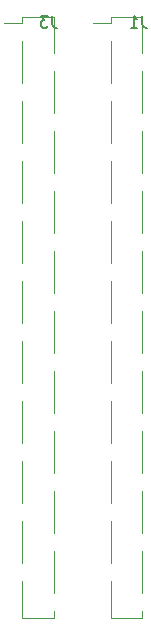
<source format=gbo>
G04 #@! TF.FileFunction,Legend,Bot*
%FSLAX46Y46*%
G04 Gerber Fmt 4.6, Leading zero omitted, Abs format (unit mm)*
G04 Created by KiCad (PCBNEW 4.0.7-e2-6376~58~ubuntu16.04.1) date Sat Jan 13 09:46:35 2018*
%MOMM*%
%LPD*%
G01*
G04 APERTURE LIST*
%ADD10C,0.100000*%
%ADD11C,0.120000*%
%ADD12C,0.150000*%
G04 APERTURE END LIST*
D10*
D11*
X164140000Y-79544000D02*
X161480000Y-79544000D01*
X164140000Y-130464000D02*
X161480000Y-130464000D01*
X161480000Y-81634000D02*
X161480000Y-85194000D01*
X161480000Y-86714000D02*
X161480000Y-90274000D01*
X161480000Y-91794000D02*
X161480000Y-95354000D01*
X161480000Y-96874000D02*
X161480000Y-100434000D01*
X161480000Y-101954000D02*
X161480000Y-105514000D01*
X161480000Y-107034000D02*
X161480000Y-110594000D01*
X161480000Y-112114000D02*
X161480000Y-115674000D01*
X161480000Y-117194000D02*
X161480000Y-120754000D01*
X161480000Y-122274000D02*
X161480000Y-125834000D01*
X161480000Y-127354000D02*
X161480000Y-130464000D01*
X164140000Y-79544000D02*
X164140000Y-82654000D01*
X161480000Y-80114000D02*
X159960000Y-80114000D01*
X161480000Y-79544000D02*
X161480000Y-80114000D01*
X164140000Y-129894000D02*
X164140000Y-130464000D01*
X164140000Y-84174000D02*
X164140000Y-87734000D01*
X164140000Y-89254000D02*
X164140000Y-92814000D01*
X164140000Y-94334000D02*
X164140000Y-97894000D01*
X164140000Y-99414000D02*
X164140000Y-102974000D01*
X164140000Y-104494000D02*
X164140000Y-108054000D01*
X164140000Y-109574000D02*
X164140000Y-113134000D01*
X164140000Y-114654000D02*
X164140000Y-118214000D01*
X164140000Y-119734000D02*
X164140000Y-123294000D01*
X164140000Y-124814000D02*
X164140000Y-128374000D01*
X156655000Y-79544000D02*
X153995000Y-79544000D01*
X156655000Y-130464000D02*
X153995000Y-130464000D01*
X153995000Y-81634000D02*
X153995000Y-85194000D01*
X153995000Y-86714000D02*
X153995000Y-90274000D01*
X153995000Y-91794000D02*
X153995000Y-95354000D01*
X153995000Y-96874000D02*
X153995000Y-100434000D01*
X153995000Y-101954000D02*
X153995000Y-105514000D01*
X153995000Y-107034000D02*
X153995000Y-110594000D01*
X153995000Y-112114000D02*
X153995000Y-115674000D01*
X153995000Y-117194000D02*
X153995000Y-120754000D01*
X153995000Y-122274000D02*
X153995000Y-125834000D01*
X153995000Y-127354000D02*
X153995000Y-130464000D01*
X156655000Y-79544000D02*
X156655000Y-82654000D01*
X153995000Y-80114000D02*
X152475000Y-80114000D01*
X153995000Y-79544000D02*
X153995000Y-80114000D01*
X156655000Y-129894000D02*
X156655000Y-130464000D01*
X156655000Y-84174000D02*
X156655000Y-87734000D01*
X156655000Y-89254000D02*
X156655000Y-92814000D01*
X156655000Y-94334000D02*
X156655000Y-97894000D01*
X156655000Y-99414000D02*
X156655000Y-102974000D01*
X156655000Y-104494000D02*
X156655000Y-108054000D01*
X156655000Y-109574000D02*
X156655000Y-113134000D01*
X156655000Y-114654000D02*
X156655000Y-118214000D01*
X156655000Y-119734000D02*
X156655000Y-123294000D01*
X156655000Y-124814000D02*
X156655000Y-128374000D01*
D12*
X164163333Y-79462781D02*
X164163333Y-80177067D01*
X164210953Y-80319924D01*
X164306191Y-80415162D01*
X164449048Y-80462781D01*
X164544286Y-80462781D01*
X163163333Y-80462781D02*
X163734762Y-80462781D01*
X163449048Y-80462781D02*
X163449048Y-79462781D01*
X163544286Y-79605638D01*
X163639524Y-79700876D01*
X163734762Y-79748495D01*
X156543333Y-79462781D02*
X156543333Y-80177067D01*
X156590953Y-80319924D01*
X156686191Y-80415162D01*
X156829048Y-80462781D01*
X156924286Y-80462781D01*
X156162381Y-79462781D02*
X155543333Y-79462781D01*
X155876667Y-79843733D01*
X155733809Y-79843733D01*
X155638571Y-79891352D01*
X155590952Y-79938971D01*
X155543333Y-80034210D01*
X155543333Y-80272305D01*
X155590952Y-80367543D01*
X155638571Y-80415162D01*
X155733809Y-80462781D01*
X156019524Y-80462781D01*
X156114762Y-80415162D01*
X156162381Y-80367543D01*
M02*

</source>
